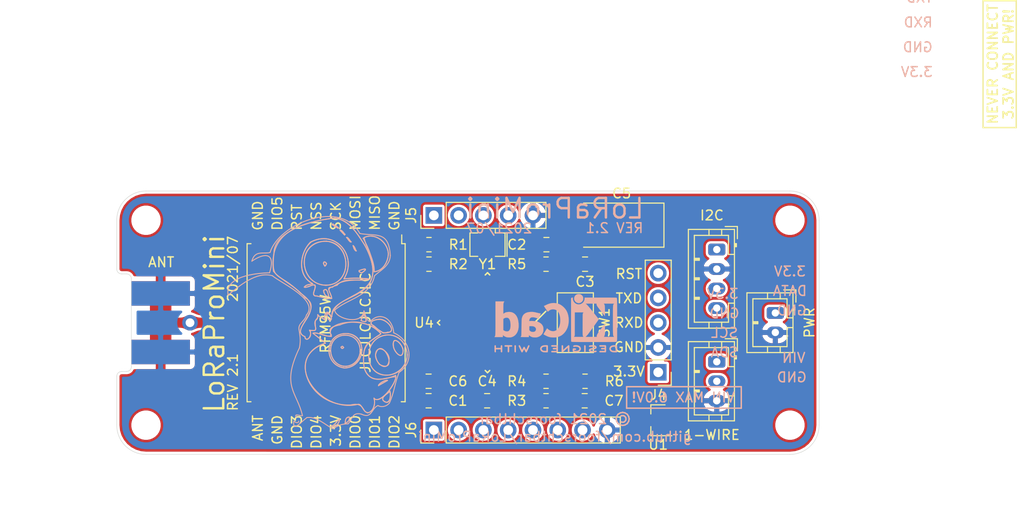
<source format=kicad_pcb>
(kicad_pcb (version 20171130) (host pcbnew "(5.1.10)-1")
  (title_block (title LoRaProMini) (date 2021-07-05) (rev 2.1) (company "(c) 2021 foorschtbar") (comment 1 https://github.com/foorschtbar/LoRaProMini))
  (layers (0 F.Cu signal) (31 B.Cu signal) (34 B.Paste user) (35 F.Paste user) (36 B.SilkS user hide) (37 F.SilkS user) (38 B.Mask user) (39 F.Mask user) (44 Edge.Cuts user))
  (net 0 "")
  (net 1 "Net-(AE1-Pad1)")
  (net 2 GND)
  (net 3 +3V3)
  (net 4 +BATT)
  (net 5 MCU_A0)
  (net 6 1-WIRE)
  (net 7 MCU_SDA)
  (net 8 MCU_SCL)
  (net 9 LORA_DIO2)
  (net 10 LORA_DIO1)
  (net 11 LORA_DIO0)
  (net 12 LORA_RST)
  (net 13 SPI_CS_LORA)
  (net 14 SPI_SCK)
  (net 15 SPI_MOSI)
  (net 16 SPI_MISO)
  (net 17 "Net-(U2-Pad12)")
  (net 18 "Net-(U2-Pad11)")
  (net 19 "Net-(U2-Pad7)")
  (net 20 TXD)
  (net 21 RXD)
  (net 22 /RESET)
  (net 23 RST)
  (net 24 XTAL2)
  (net 25 XTAL1)
  (net 26 /AREF)
  (net 27 MCU_D5)
  (net 28 MCU_D4)
  (net 29 MCU_D3)
  (net 30 MCU_A7)
  (net 31 MCU_A6)
  (net 32 MCU_A3)
  (net 33 MCU_A2)
  (net 34 MCU_A1)
  (module Package_TO_SOT_SMD:SOT-23 (layer F.Cu) (at 154.44 100.69 180)
    (fp_text reference U1 (at 0 -2.5) (layer F.SilkS))
    (fp_text value MCP1700-3302E_SOT23)
    (pad 3 smd rect (at 1 0 180) (size 0.9 0.8) (layers F.Cu F.Paste F.Mask) (net 4 +BATT))
    (pad 2 smd rect (at -1 0.95 180) (size 0.9 0.8) (layers F.Cu F.Paste F.Mask) (net 3 +3V3))
    (pad 1 smd rect (at -1 -0.95 180) (size 0.9 0.8) (layers F.Cu F.Paste F.Mask) (net 2 GND))
  )
  (module Connector_PinHeader_2.54mm:PinHeader_1x05_P2.54mm_Vertical (layer F.Cu) (at 131.44 79.69 90)
    (fp_text reference J5 (at 0 -2.33 90) (layer F.SilkS))
    (fp_text value Conn_01x05)
    (pad 5 thru_hole oval (at 0 10.16 90) (size 1.7 1.7) (drill 1) (layers *.Cu *.Mask) (net 2 GND))
    (pad 4 thru_hole oval (at 0 7.62 90) (size 1.7 1.7) (drill 1) (layers *.Cu *.Mask) (net 3 +3V3))
    (pad 3 thru_hole oval (at 0 5.08 90) (size 1.7 1.7) (drill 1) (layers *.Cu *.Mask) (net 27 MCU_D5))
    (pad 2 thru_hole oval (at 0 2.54 90) (size 1.7 1.7) (drill 1) (layers *.Cu *.Mask) (net 28 MCU_D4))
    (pad 1 thru_hole rect (at 0 0 90) (size 1.7 1.7) (drill 1) (layers *.Cu *.Mask) (net 29 MCU_D3))
  )
  (module Connector_PinHeader_2.54mm:PinHeader_1x08_P2.54mm_Vertical (layer F.Cu) (at 131.44 101.69 90)
    (fp_text reference J6 (at 0 -2.33 90) (layer F.SilkS))
    (fp_text value Conn_01x08)
    (pad 8 thru_hole oval (at 0 17.78 90) (size 1.7 1.7) (drill 1) (layers *.Cu *.Mask) (net 2 GND))
    (pad 7 thru_hole oval (at 0 15.24 90) (size 1.7 1.7) (drill 1) (layers *.Cu *.Mask) (net 3 +3V3))
    (pad 6 thru_hole oval (at 0 12.7 90) (size 1.7 1.7) (drill 1) (layers *.Cu *.Mask) (net 30 MCU_A7))
    (pad 5 thru_hole oval (at 0 10.16 90) (size 1.7 1.7) (drill 1) (layers *.Cu *.Mask) (net 31 MCU_A6))
    (pad 4 thru_hole oval (at 0 7.62 90) (size 1.7 1.7) (drill 1) (layers *.Cu *.Mask) (net 32 MCU_A3))
    (pad 3 thru_hole oval (at 0 5.08 90) (size 1.7 1.7) (drill 1) (layers *.Cu *.Mask) (net 33 MCU_A2))
    (pad 2 thru_hole oval (at 0 2.54 90) (size 1.7 1.7) (drill 1) (layers *.Cu *.Mask) (net 33 MCU_A2))
    (pad 1 thru_hole rect (at 0 0 90) (size 1.7 1.7) (drill 1) (layers *.Cu *.Mask) (net 34 MCU_A1))
  )
  (module Crystal:Resonator_SMD_muRata_CSTxExxV-3Pin_3.0x1.1mm (layer F.Cu) (at 136.94 82.69 180)
    (fp_text reference Y1 (at 0 -2) (layer F.SilkS))
    (fp_text value Resonator)
    (pad 3 smd rect (at 1.2 0 180) (size 0.4 1.9) (layers F.Cu F.Paste F.Mask) (net 24 XTAL2))
    (pad 2 smd rect (at 0 0 180) (size 0.4 1.9) (layers F.Cu F.Paste F.Mask) (net 2 GND))
    (pad 1 smd rect (at -1.2 0 180) (size 0.4 1.9) (layers F.Cu F.Paste F.Mask) (net 25 XTAL1))
  )
  (module Button_Switch_SMD:SW_SPST_CK_RS282G05A3 (layer F.Cu) (at 145.94 90.69 90)
    (fp_text reference SW1 (at 0 3 90) (layer F.SilkS))
    (fp_text value SW_Push)
    (pad 2 smd rect (at 3.9 0 90) (size 1.5 1.5) (layers F.Cu F.Paste F.Mask) (net 2 GND))
    (pad 1 smd rect (at -3.9 0 90) (size 1.5 1.5) (layers F.Cu F.Paste F.Mask) (net 22 /RESET))
  )
  (module foorschtbar:HOPERF_RFM9XW_SMD (layer F.Cu) (at 120.399 90.69 270)
    (fp_text reference U2 hide)
    (fp_text value RFM95W-868S2)
    (fp_text user ANT (at 10.795238 7 90) (layer F.SilkS))
    (fp_text user GND (at 10.985714 5 90) (layer F.SilkS))
    (fp_text user DIO3 (at 11.2 3 90) (layer F.SilkS))
    (fp_text user DIO4 (at 11.2 1 90) (layer F.SilkS))
    (fp_text user 3.3V (at 11.080952 -1 90) (layer F.SilkS))
    (fp_text user DIO0 (at 11.2 -3 90) (layer F.SilkS))
    (fp_text user DIO1 (at 11.2 -5 90) (layer F.SilkS))
    (fp_text user DIO2 (at 11.2 -7 90) (layer F.SilkS))
    (fp_text user GND (at -10.975 7 90) (layer F.SilkS))
    (fp_text user DIO5 (at -11.189285 5 90) (layer F.SilkS))
    (fp_text user RST (at -10.808333 3 90) (layer F.SilkS))
    (fp_text user NSS (at -10.927381 1 90) (layer F.SilkS))
    (fp_text user SCK (at -10.927381 -1 90) (layer F.SilkS))
    (fp_text user MOSI (at -11.260714 -3 90) (layer F.SilkS))
    (fp_text user MISO (at -11.260714 -5 90) (layer F.SilkS))
    (fp_text user GND (at -10.975 -7 90) (layer F.SilkS))
    (pad 16 smd rect (at 8 -7 270) (size 2 1) (layers F.Cu F.Paste F.Mask) (net 9 LORA_DIO2))
    (pad 15 smd rect (at 8 -5 270) (size 2 1) (layers F.Cu F.Paste F.Mask) (net 10 LORA_DIO1))
    (pad 14 smd rect (at 8 -3 270) (size 2 1) (layers F.Cu F.Paste F.Mask) (net 11 LORA_DIO0))
    (pad 13 smd rect (at 8 -1 270) (size 2 1) (layers F.Cu F.Paste F.Mask) (net 3 +3V3))
    (pad 12 smd rect (at 8 1 270) (size 2 1) (layers F.Cu F.Paste F.Mask) (net 17 "Net-(U2-Pad12)"))
    (pad 11 smd rect (at 8 3 270) (size 2 1) (layers F.Cu F.Paste F.Mask) (net 18 "Net-(U2-Pad11)"))
    (pad 10 smd rect (at 8 5 270) (size 2 1) (layers F.Cu F.Paste F.Mask) (net 2 GND))
    (pad 9 smd rect (at 8 7 270) (size 2 1) (layers F.Cu F.Paste F.Mask) (net 1 "Net-(AE1-Pad1)"))
    (pad 8 smd rect (at -8 7 270) (size 2 1) (layers F.Cu F.Paste F.Mask) (net 2 GND))
    (pad 7 smd rect (at -8 5 270) (size 2 1) (layers F.Cu F.Paste F.Mask) (net 19 "Net-(U2-Pad7)"))
    (pad 6 smd rect (at -8 3 270) (size 2 1) (layers F.Cu F.Paste F.Mask) (net 12 LORA_RST))
    (pad 5 smd rect (at -8 1 270) (size 2 1) (layers F.Cu F.Paste F.Mask) (net 13 SPI_CS_LORA))
    (pad 4 smd rect (at -8 -1 270) (size 2 1) (layers F.Cu F.Paste F.Mask) (net 14 SPI_SCK))
    (pad 3 smd rect (at -8 -3 270) (size 2 1) (layers F.Cu F.Paste F.Mask) (net 15 SPI_MOSI))
    (pad 2 smd rect (at -8 -5 270) (size 2 1) (layers F.Cu F.Paste F.Mask) (net 16 SPI_MISO))
    (pad 1 smd rect (at -8 -7 270) (size 2 1) (layers F.Cu F.Paste F.Mask) (net 2 GND))
  )
  (module Package_QFP:TQFP-32_7x7mm_P0.8mm (layer F.Cu) (at 136.94 90.69 225)
    (fp_text reference U4 (at 4.596194 4.596194) (layer F.SilkS))
    (fp_text value ATmega328P-AU)
    (pad 32 smd rect (at -2.8 -4.25 315) (size 1.6 0.55) (layers F.Cu F.Paste F.Mask) (net 9 LORA_DIO2))
    (pad 31 smd rect (at -2 -4.25 315) (size 1.6 0.55) (layers F.Cu F.Paste F.Mask) (net 20 TXD))
    (pad 30 smd rect (at -1.2 -4.25 315) (size 1.6 0.55) (layers F.Cu F.Paste F.Mask) (net 21 RXD))
    (pad 29 smd rect (at -0.4 -4.25 315) (size 1.6 0.55) (layers F.Cu F.Paste F.Mask) (net 22 /RESET))
    (pad 28 smd rect (at 0.4 -4.25 315) (size 1.6 0.55) (layers F.Cu F.Paste F.Mask) (net 8 MCU_SCL))
    (pad 27 smd rect (at 1.2 -4.25 315) (size 1.6 0.55) (layers F.Cu F.Paste F.Mask) (net 7 MCU_SDA))
    (pad 26 smd rect (at 2 -4.25 315) (size 1.6 0.55) (layers F.Cu F.Paste F.Mask) (net 32 MCU_A3))
    (pad 25 smd rect (at 2.8 -4.25 315) (size 1.6 0.55) (layers F.Cu F.Paste F.Mask) (net 33 MCU_A2))
    (pad 24 smd rect (at 4.25 -2.8 225) (size 1.6 0.55) (layers F.Cu F.Paste F.Mask) (net 34 MCU_A1))
    (pad 23 smd rect (at 4.25 -2 225) (size 1.6 0.55) (layers F.Cu F.Paste F.Mask) (net 5 MCU_A0))
    (pad 22 smd rect (at 4.25 -1.2 225) (size 1.6 0.55) (layers F.Cu F.Paste F.Mask) (net 30 MCU_A7))
    (pad 21 smd rect (at 4.25 -0.4 225) (size 1.6 0.55) (layers F.Cu F.Paste F.Mask) (net 2 GND))
    (pad 20 smd rect (at 4.25 0.4 225) (size 1.6 0.55) (layers F.Cu F.Paste F.Mask) (net 26 /AREF))
    (pad 19 smd rect (at 4.25 1.2 225) (size 1.6 0.55) (layers F.Cu F.Paste F.Mask) (net 31 MCU_A6))
    (pad 18 smd rect (at 4.25 2 225) (size 1.6 0.55) (layers F.Cu F.Paste F.Mask) (net 3 +3V3))
    (pad 17 smd rect (at 4.25 2.8 225) (size 1.6 0.55) (layers F.Cu F.Paste F.Mask) (net 14 SPI_SCK))
    (pad 16 smd rect (at 2.8 4.25 315) (size 1.6 0.55) (layers F.Cu F.Paste F.Mask) (net 16 SPI_MISO))
    (pad 15 smd rect (at 2 4.25 315) (size 1.6 0.55) (layers F.Cu F.Paste F.Mask) (net 15 SPI_MOSI))
    (pad 14 smd rect (at 1.2 4.25 315) (size 1.6 0.55) (layers F.Cu F.Paste F.Mask) (net 13 SPI_CS_LORA))
    (pad 13 smd rect (at 0.4 4.25 315) (size 1.6 0.55) (layers F.Cu F.Paste F.Mask) (net 12 LORA_RST))
    (pad 12 smd rect (at -0.4 4.25 315) (size 1.6 0.55) (layers F.Cu F.Paste F.Mask) (net 11 LORA_DIO0))
    (pad 11 smd rect (at -1.2 4.25 315) (size 1.6 0.55) (layers F.Cu F.Paste F.Mask) (net 10 LORA_DIO1))
    (pad 10 smd rect (at -2 4.25 315) (size 1.6 0.55) (layers F.Cu F.Paste F.Mask) (net 6 1-WIRE))
    (pad 9 smd rect (at -2.8 4.25 315) (size 1.6 0.55) (layers F.Cu F.Paste F.Mask) (net 27 MCU_D5))
    (pad 8 smd rect (at -4.25 2.8 225) (size 1.6 0.55) (layers F.Cu F.Paste F.Mask) (net 24 XTAL2))
    (pad 7 smd rect (at -4.25 2 225) (size 1.6 0.55) (layers F.Cu F.Paste F.Mask) (net 25 XTAL1))
    (pad 6 smd rect (at -4.25 1.2 225) (size 1.6 0.55) (layers F.Cu F.Paste F.Mask) (net 3 +3V3))
    (pad 5 smd rect (at -4.25 0.4 225) (size 1.6 0.55) (layers F.Cu F.Paste F.Mask) (net 2 GND))
    (pad 4 smd rect (at -4.25 -0.4 225) (size 1.6 0.55) (layers F.Cu F.Paste F.Mask) (net 3 +3V3))
    (pad 3 smd rect (at -4.25 -1.2 225) (size 1.6 0.55) (layers F.Cu F.Paste F.Mask) (net 2 GND))
    (pad 2 smd rect (at -4.25 -2 225) (size 1.6 0.55) (layers F.Cu F.Paste F.Mask) (net 28 MCU_D4))
    (pad 1 smd rect (at -4.25 -2.8 225) (size 1.6 0.55) (layers F.Cu F.Paste F.Mask) (net 29 MCU_D3))
  )
  (module Resistor_SMD:R_0805_2012Metric_Pad1.20x1.40mm_HandSolder (layer F.Cu) (at 146.94 96.69)
    (fp_text reference R6 (at 3 0) (layer F.SilkS))
    (fp_text value 10K)
    (pad 2 smd roundrect (at 1 0) (size 1.2 1.4) (layers F.Cu F.Paste F.Mask) (roundrect_rratio 0.208333) (net 3 +3V3))
    (pad 1 smd roundrect (at -1 0) (size 1.2 1.4) (layers F.Cu F.Paste F.Mask) (roundrect_rratio 0.208333) (net 22 /RESET))
  )
  (module Connector_PinHeader_2.54mm:PinHeader_1x05_P2.54mm_Vertical (layer F.Cu) (at 154.44 95.77 180)
    (fp_text reference J4 (at 0 -2.33) (layer F.SilkS))
    (fp_text value Conn_01x05)
    (pad 5 thru_hole oval (at 0 10.16 180) (size 1.7 1.7) (drill 1) (layers *.Cu *.Mask) (net 23 RST))
    (pad 4 thru_hole oval (at 0 7.62 180) (size 1.7 1.7) (drill 1) (layers *.Cu *.Mask) (net 20 TXD))
    (pad 3 thru_hole oval (at 0 5.08 180) (size 1.7 1.7) (drill 1) (layers *.Cu *.Mask) (net 21 RXD))
    (pad 2 thru_hole oval (at 0 2.54 180) (size 1.7 1.7) (drill 1) (layers *.Cu *.Mask) (net 2 GND))
    (pad 1 thru_hole rect (at 0 0 180) (size 1.7 1.7) (drill 1) (layers *.Cu *.Mask) (net 3 +3V3))
  )
  (module Capacitor_SMD:C_0805_2012Metric_Pad1.18x1.45mm_HandSolder (layer F.Cu) (at 146.9025 98.69 180)
    (fp_text reference C7 (at -3 0) (layer F.SilkS))
    (fp_text value 10uF)
    (pad 2 smd roundrect (at 1.0375 0 180) (size 1.175 1.45) (layers F.Cu F.Paste F.Mask) (roundrect_rratio 0.212766) (net 22 /RESET))
    (pad 1 smd roundrect (at -1.0375 0 180) (size 1.175 1.45) (layers F.Cu F.Paste F.Mask) (roundrect_rratio 0.212766) (net 23 RST))
  )
  (module Capacitor_SMD:C_0805_2012Metric_Pad1.18x1.45mm_HandSolder (layer F.Cu) (at 130.9025 96.69 180)
    (fp_text reference C6 (at -3 0) (layer F.SilkS))
    (fp_text value 0.1uF)
    (pad 2 smd roundrect (at 1.0375 0 180) (size 1.175 1.45) (layers F.Cu F.Paste F.Mask) (roundrect_rratio 0.212766) (net 2 GND))
    (pad 1 smd roundrect (at -1.0375 0 180) (size 1.175 1.45) (layers F.Cu F.Paste F.Mask) (roundrect_rratio 0.212766) (net 26 /AREF))
  )
  (module foorschtbar:Antenna_SMA_uFL (layer F.Cu) (at 103.44 90.692 90)
    (fp_text reference AE1 hide)
    (fp_text value Antenna_Shield)
    (pad 1 thru_hole circle (at 0.002 3.009 90) (size 1.6 1.6) (drill 0.9) (layers *.Cu *.Mask) (net 1 "Net-(AE1-Pad1)"))
    (pad 2 smd rect (at -3 0 90) (size 2.5 6) (layers F.Cu F.Paste F.Mask) (net 2 GND))
    (pad 2 smd rect (at 3 0 90) (size 2.5 6) (layers F.Cu F.Paste F.Mask) (net 2 GND))
    (pad 1 smd rect (at 0.002 1.209 90) (size 1 4.7) (layers F.Cu F.Paste F.Mask Eco1.User) (net 1 "Net-(AE1-Pad1)"))
    (pad 2 smd rect (at 1.6 0 90) (size 1.05 2.2) (layers F.Cu F.Paste F.Mask) (net 2 GND))
    (pad 2 smd rect (at -1.6 0 90) (size 1.05 2.2) (layers F.Cu F.Paste F.Mask) (net 2 GND))
    (pad 2 smd rect (at -3 0 90) (size 2.5 6) (layers B.Cu B.Paste B.Mask) (net 2 GND))
    (pad 2 smd rect (at 3 0 90) (size 2.5 6) (layers B.Cu B.Paste B.Mask) (net 2 GND))
  )
  (module MountingHole:MountingHole_2.5mm (layer F.Cu) (at 167.94 101.19)
    (fp_text reference REF** hide)
    (fp_text value MountingHole_2.5mm)
    (pad 1 np_thru_hole circle (at 0 0) (size 2.5 2.5) (drill 2.5) (layers *.Cu *.Mask))
  )
  (module MountingHole:MountingHole_2.5mm (layer F.Cu) (at 101.94 101.19)
    (fp_text reference REF** hide)
    (fp_text value MountingHole_2.5mm)
    (pad 1 np_thru_hole circle (at 0 0) (size 2.5 2.5) (drill 2.5) (layers *.Cu *.Mask))
  )
  (module MountingHole:MountingHole_2.5mm (layer F.Cu) (at 101.94 80.19)
    (fp_text reference REF** hide)
    (fp_text value MountingHole_2.5mm)
    (pad 1 np_thru_hole circle (at 0 0) (size 2.5 2.5) (drill 2.5) (layers *.Cu *.Mask))
  )
  (module MountingHole:MountingHole_2.5mm (layer F.Cu) (at 167.94 80.19)
    (fp_text reference REF** hide)
    (fp_text value MountingHole_2.5mm)
    (pad 1 np_thru_hole circle (at 0 0) (size 2.5 2.5) (drill 2.5) (layers *.Cu *.Mask))
  )
  (module Capacitor_SMD:C_0805_2012Metric_Pad1.18x1.45mm_HandSolder (layer F.Cu) (at 130.9025 98.69)
    (fp_text reference C1 (at 3 0) (layer F.SilkS))
    (fp_text value 10uF)
    (pad 2 smd roundrect (at 1.0375 0) (size 1.175 1.45) (layers F.Cu F.Paste F.Mask) (roundrect_rratio 0.2127659574468085) (net 2 GND))
    (pad 1 smd roundrect (at -1.0375 0) (size 1.175 1.45) (layers F.Cu F.Paste F.Mask) (roundrect_rratio 0.2127659574468085) (net 3 +3V3))
  )
  (module Symbol:KiCad-Logo2_5mm_SilkScreen (layer B.Cu) (at 143.945617 90.725333 180)
    (fp_text reference REF** hide)
    (fp_text value KiCad-Logo2_5mm_SilkScreen hide)
  )
  (module Capacitor_SMD:C_0805_2012Metric_Pad1.18x1.45mm_HandSolder (layer F.Cu) (at 142.9775 82.69)
    (fp_text reference C2 (at -3.0375 0) (layer F.SilkS))
    (fp_text value 1uF)
    (pad 2 smd roundrect (at 1.0375 0) (size 1.175 1.45) (layers F.Cu F.Paste F.Mask) (roundrect_rratio 0.2127659574468085) (net 2 GND))
    (pad 1 smd roundrect (at -1.0375 0) (size 1.175 1.45) (layers F.Cu F.Paste F.Mask) (roundrect_rratio 0.2127659574468085) (net 4 +BATT))
  )
  (module Capacitor_Tantalum_SMD:CP_EIA-7343-43_Kemet-X_Pad2.25x2.55mm_HandSolder (layer F.Cu) (at 150.44 80.69 180)
    (fp_text reference C5 (at -0.25 3.25) (layer F.SilkS))
    (fp_text value 1000uF)
    (pad 2 smd roundrect (at 3.2 0 180) (size 2.25 2.55) (layers F.Cu F.Paste F.Mask) (roundrect_rratio 0.1111106666666667) (net 2 GND))
    (pad 1 smd roundrect (at -3.2 0 180) (size 2.25 2.55) (layers F.Cu F.Paste F.Mask) (roundrect_rratio 0.1111106666666667) (net 3 +3V3))
  )
  (module Resistor_SMD:R_0805_2012Metric_Pad1.20x1.40mm_HandSolder (layer F.Cu) (at 142.94 84.69)
    (fp_text reference R5 (at -3 0) (layer F.SilkS))
    (fp_text value 4,7K)
    (pad 2 smd roundrect (at 1 0) (size 1.2 1.4) (layers F.Cu F.Paste F.Mask) (roundrect_rratio 0.2083325) (net 6 1-WIRE))
    (pad 1 smd roundrect (at -1 0) (size 1.2 1.4) (layers F.Cu F.Paste F.Mask) (roundrect_rratio 0.2083325) (net 3 +3V3))
  )
  (module Resistor_SMD:R_0805_2012Metric_Pad1.20x1.40mm_HandSolder (layer F.Cu) (at 142.94 96.69)
    (fp_text reference R4 (at -3 0) (layer F.SilkS))
    (fp_text value 4,7K)
    (pad 2 smd roundrect (at 1 0) (size 1.2 1.4) (layers F.Cu F.Paste F.Mask) (roundrect_rratio 0.2083325) (net 7 MCU_SDA))
    (pad 1 smd roundrect (at -1 0) (size 1.2 1.4) (layers F.Cu F.Paste F.Mask) (roundrect_rratio 0.2083325) (net 3 +3V3))
  )
  (module Resistor_SMD:R_0805_2012Metric_Pad1.20x1.40mm_HandSolder (layer F.Cu) (at 142.94 98.69 180)
    (fp_text reference R3 (at 3 0) (layer F.SilkS))
    (fp_text value 4,7K)
    (pad 2 smd roundrect (at 1 0 180) (size 1.2 1.4) (layers F.Cu F.Paste F.Mask) (roundrect_rratio 0.2083325) (net 3 +3V3))
    (pad 1 smd roundrect (at -1 0 180) (size 1.2 1.4) (layers F.Cu F.Paste F.Mask) (roundrect_rratio 0.2083325) (net 8 MCU_SCL))
  )
  (module Resistor_SMD:R_0805_2012Metric_Pad1.20x1.40mm_HandSolder (layer F.Cu) (at 130.94 84.69)
    (fp_text reference R2 (at 3 0) (layer F.SilkS))
    (fp_text value 2.7M)
    (pad 2 smd roundrect (at 1 0) (size 1.2 1.4) (layers F.Cu F.Paste F.Mask) (roundrect_rratio 0.2083325) (net 5 MCU_A0))
    (pad 1 smd roundrect (at -1 0) (size 1.2 1.4) (layers F.Cu F.Paste F.Mask) (roundrect_rratio 0.208) (net 2 GND))
  )
  (module Resistor_SMD:R_0805_2012Metric_Pad1.20x1.40mm_HandSolder (layer F.Cu) (at 130.94 82.69 180)
    (fp_text reference R1 (at -3 0) (layer F.SilkS))
    (fp_text value 10M)
    (pad 2 smd roundrect (at 1 0 180) (size 1.2 1.4) (layers F.Cu F.Paste F.Mask) (roundrect_rratio 0.2083325) (net 4 +BATT))
    (pad 1 smd roundrect (at -1 0 180) (size 1.2 1.4) (layers F.Cu F.Paste F.Mask) (roundrect_rratio 0.2083325) (net 5 MCU_A0))
  )
  (module Capacitor_SMD:C_0805_2012Metric_Pad1.18x1.45mm_HandSolder (layer F.Cu) (at 136.9025 98.69 180)
    (fp_text reference C4 (at 0 2) (layer F.SilkS))
    (fp_text value 100nF)
    (pad 2 smd roundrect (at 1.0375 0 180) (size 1.175 1.45) (layers F.Cu F.Paste F.Mask) (roundrect_rratio 0.2127659574468085) (net 5 MCU_A0))
    (pad 1 smd roundrect (at -1.0375 0 180) (size 1.175 1.45) (layers F.Cu F.Paste F.Mask) (roundrect_rratio 0.2127659574468085) (net 2 GND))
  )
  (module Connector_JST:JST_PH_B4B-PH-K_1x04_P2.00mm_Vertical (layer F.Cu) (at 160.44 83.19 270)
    (fp_text reference J3 hide)
    (fp_text value Conn_01x04)
    (pad 4 thru_hole oval (at 6 0 270) (size 1.2 1.75) (drill 0.75) (layers *.Cu *.Mask) (net 7 MCU_SDA))
    (pad 3 thru_hole oval (at 4 0 270) (size 1.2 1.75) (drill 0.75) (layers *.Cu *.Mask) (net 8 MCU_SCL))
    (pad 2 thru_hole oval (at 2 0 270) (size 1.2 1.75) (drill 0.75) (layers *.Cu *.Mask) (net 2 GND))
    (pad 1 thru_hole roundrect (at 0 0 270) (size 1.2 1.75) (drill 0.75) (layers *.Cu *.Mask) (roundrect_rratio 0.2083325) (net 3 +3V3))
  )
  (module Connector_JST:JST_PH_B3B-PH-K_1x03_P2.00mm_Vertical (layer F.Cu) (at 160.44 94.69 270)
    (fp_text reference J2 hide)
    (fp_text value Conn_01x03)
    (pad 3 thru_hole oval (at 4 0 270) (size 1.2 1.75) (drill 0.75) (layers *.Cu *.Mask) (net 2 GND))
    (pad 2 thru_hole oval (at 2 0 270) (size 1.2 1.75) (drill 0.75) (layers *.Cu *.Mask) (net 6 1-WIRE))
    (pad 1 thru_hole roundrect (at 0 0 270) (size 1.2 1.75) (drill 0.75) (layers *.Cu *.Mask) (roundrect_rratio 0.2083325) (net 3 +3V3))
  )
  (module Connector_JST:JST_PH_B2B-PH-K_1x02_P2.00mm_Vertical (layer F.Cu) (at 166.44 89.69 270)
    (fp_text reference J1 hide)
    (fp_text value Conn_01x02)
    (pad 2 thru_hole oval (at 2 0 270) (size 1.2 1.75) (drill 0.75) (layers *.Cu *.Mask) (net 2 GND))
    (pad 1 thru_hole roundrect (at 0 0 270) (size 1.2 1.75) (drill 0.75) (layers *.Cu *.Mask) (roundrect_rratio 0.2083325) (net 4 +BATT))
  )
  (module Capacitor_SMD:C_0805_2012Metric_Pad1.18x1.45mm_HandSolder (layer F.Cu) (at 146.94 84.69 180)
    (fp_text reference C3 (at 0 -1.8) (layer F.SilkS))
    (fp_text value 1uF)
    (pad 2 smd roundrect (at 1.0375 0 180) (size 1.175 1.45) (layers F.Cu F.Paste F.Mask) (roundrect_rratio 0.2127659574468085) (net 2 GND))
    (pad 1 smd roundrect (at -1.0375 0 180) (size 1.175 1.45) (layers F.Cu F.Paste F.Mask) (roundrect_rratio 0.2127659574468085) (net 3 +3V3))
  )
  (gr_text RST (at 151.44 85.69) (layer F.SilkS) (effects (font (size 1 1))))
  (gr_line (start 162.95 99.45) (end 162.95 97.25) (layer B.SilkS) (width 0.15))
  (gr_line (start 151.2 99.45) (end 162.95 99.45) (layer B.SilkS) (width 0.15))
  (gr_line (start 151.2 97.25) (end 151.2 99.45) (layer B.SilkS) (width 0.15))
  (gr_line (start 162.95 97.25) (end 151.2 97.25) (layer B.SilkS) (width 0.15))
  (gr_text "VIN MAX 6.0V!" (at 157 98.35) (layer B.SilkS) (effects (font (size 1 1)) (justify mirror)))
  (gr_text RXD (at 181.080953 59.91) (layer B.SilkS) (effects (font (size 1 1)) (justify mirror)))
  (gr_text TXD (at 181.2 57.37) (layer B.SilkS) (effects (font (size 1 1)) (justify mirror)))
  (gr_text GND (at 181.033334 62.45) (layer B.SilkS) (effects (font (size 1 1)) (justify mirror)))
  (gr_text 3.3V (at 180.938096 64.99) (layer B.SilkS) (effects (font (size 1 1)) (justify mirror)))
  (gr_line (start 191.13 57.69) (end 187.73 57.69) (layer F.SilkS) (width 0.15))
  (gr_line (start 191.13 70.69) (end 191.13 57.69) (layer F.SilkS) (width 0.15))
  (gr_line (start 187.73 70.69) (end 191.13 70.69) (layer F.SilkS) (width 0.15))
  (gr_line (start 187.73 57.69) (end 187.73 70.69) (layer F.SilkS) (width 0.15))
  (gr_text "NEVER CONNECT\n3.3V AND PWR!" (at 189.53 64.19 90) (layer F.SilkS) (effects (font (size 1 1) (thickness 0.18))))
  (gr_text TXD (at 151.44 88.19) (layer F.SilkS) (effects (font (size 1 1))))
  (gr_text RXD (at 151.44 90.69) (layer F.SilkS) (effects (font (size 1 1))))
  (gr_text GND (at 151.44 93.19) (layer F.SilkS) (effects (font (size 1 1))))
  (gr_text 3.3V (at 151.44 95.69) (layer F.SilkS) (effects (font (size 1 1))))
  (gr_text 2021/07 (at 110.84 81.69 90) (layer F.SilkS) (effects (font (size 1 1)) (justify right)))
  (gr_text "REV 2.1" (at 110.84 96.786 90) (layer F.SilkS) (effects (font (size 1 1))))
  (gr_text RFM95W (at 120.34 90.79 90) (layer F.SilkS) (effects (font (size 1 1))))
  (gr_text ANT (at 103.499 84.49) (layer F.SilkS) (effects (font (size 1 1))))
  (gr_text I2C (at 159.94 79.69) (layer F.SilkS) (effects (font (size 1 1))))
  (gr_text PWR (at 169.94 90.69 90) (layer F.SilkS) (effects (font (size 1 1))))
  (gr_text 1-WIRE (at 159.94 102.19) (layer F.SilkS) (effects (font (size 1 1))))
  (gr_text JLCJLCJLCJLC (at 124.44 90.69 90) (layer F.SilkS) (effects (font (size 1 1))))
  (gr_arc (start 101.94 80.19) (end 101.94 77.19) (angle -90) (layer Edge.Cuts) (width 0.05))
  (gr_arc (start 101.94 101.188) (end 98.94 101.188) (angle -90) (layer Edge.Cuts) (width 0.05))
  (gr_arc (start 167.93 101.19) (end 167.93 104.19) (angle -90) (layer Edge.Cuts) (width 0.05))
  (gr_arc (start 167.93 80.19) (end 170.93 80.19) (angle -90) (layer Edge.Cuts) (width 0.05))
  (gr_text LoRaProMini (at 143.84 78.99) (layer B.SilkS) (effects (font (size 2 2) (thickness 0.25)) (justify mirror)))
  (gr_text 2021/07 (at 134.64 81.025333) (layer B.SilkS) (effects (font (size 1 1)) (justify right mirror)))
  (gr_text "REV 2.1" (at 149.948 80.99) (layer B.SilkS) (effects (font (size 1 1)) (justify mirror)))
  (gr_text "© 2021 foorschtbar" (at 143.84 100.571333) (layer B.SilkS) (effects (font (size 1 1)) (justify mirror)))
  (gr_text github.com/foorschtbar/LoRaProMini (at 143.84 102.371333) (layer B.SilkS) (effects (font (size 1 1)) (justify mirror)))
  (gr_curve (pts (xy 128.711559 93.975795) (xy 128.458526 91.091719) (xy 124.788732 91.428255) (xy 124.762331 94.090233)) (layer B.SilkS) (width 0.097999))
  (gr_curve (pts (xy 118.226503 92.121245) (xy 118.43032 92.939166) (xy 119.07533 91.700132) (xy 118.697705 91.466658)) (layer B.SilkS) (width 0.097999))
  (gr_curve (pts (xy 123.860611 81.54818) (xy 125.479416 81.856219) (xy 126.826396 81.208256) (xy 126.976752 83.798872)) (layer B.SilkS) (width 0.097999))
  (gr_curve (pts (xy 126.78159 83.633513) (xy 126.693463 82.295809) (xy 125.270513 81.35053) (xy 124.188286 82.036599)) (layer B.SilkS) (width 0.097999))
  (gr_curve (pts (xy 124.39989 99.795879) (xy 125.124769 100.295046) (xy 125.540445 98.886608) (xy 125.302273 98.430599)) (layer B.SilkS) (width 0.097999))
  (gr_curve (pts (xy 112.787998 84.385446) (xy 113.092453 83.208695) (xy 114.013975 83.678838) (xy 114.65482 83.49234)) (layer B.SilkS) (width 0.097999))
  (gr_curve (pts (xy 122.912006 99.119664) (xy 123.979322 98.873635) (xy 124.083329 99.370141) (xy 124.39989 99.795879)) (layer B.SilkS) (width 0.097999))
  (gr_curve (pts (xy 124.278115 89.469053) (xy 124.928244 91.508881) (xy 124.843286 89.995476) (xy 126.005287 90.066736)) (layer B.SilkS) (width 0.097999))
  (gr_curve (pts (xy 117.091066 100.777675) (xy 117.418061 101.010433) (xy 117.533047 100.986854) (xy 117.601195 100.774951)) (layer B.SilkS) (width 0.097999))
  (gr_curve (pts (xy 126.976752 83.798872) (xy 126.937845 84.898607) (xy 125.913995 85.337645) (xy 125.358191 85.883612)) (layer B.SilkS) (width 0.097999))
  (gr_curve (pts (xy 114.65482 83.49234) (xy 115.531857 80.574411) (xy 121.85623 77.949898) (xy 123.860611 81.54818)) (layer B.SilkS) (width 0.097999))
  (gr_curve (pts (xy 124.033442 100.067565) (xy 123.064886 99.805192) (xy 123.097542 100.587304) (xy 122.655515 101.050097)) (layer B.SilkS) (width 0.097999))
  (gr_curve (pts (xy 125.335268 85.466981) (xy 126.21037 85.355979) (xy 126.731995 84.531754) (xy 126.78159 83.633513)) (layer B.SilkS) (width 0.097999))
  (gr_curve (pts (xy 124.188286 82.036599) (xy 124.84994 83.133117) (xy 125.210126 84.387043) (xy 125.335268 85.466981)) (layer B.SilkS) (width 0.097999))
  (gr_curve (pts (xy 120.860952 89.993765) (xy 120.901938 90.015542) (xy 120.942925 90.037319) (xy 120.983911 90.059096)) (layer B.SilkS) (width 0.097999))
  (gr_curve (pts (xy 120.983911 90.059096) (xy 120.775199 87.528092) (xy 127.293182 88.633031) (xy 124.494402 82.985079)) (layer B.SilkS) (width 0.097999))
  (gr_curve (pts (xy 114.897022 85.878866) (xy 113.272318 85.391361) (xy 111.506209 86.907624) (xy 110.352869 87.859175)) (layer B.SilkS) (width 0.097999))
  (gr_curve (pts (xy 119.545489 89.870903) (xy 119.82134 90.193034) (xy 120.062637 90.213311) (xy 120.275756 90.412323)) (layer B.SilkS) (width 0.097999))
  (gr_curve (pts (xy 122.655515 101.050097) (xy 121.92004 101.062173) (xy 121.60299 101.25027) (xy 121.097296 101.561933)) (layer B.SilkS) (width 0.097999))
  (gr_curve (pts (xy 125.709136 99.182108) (xy 125.04374 99.451374) (xy 125.099376 100.584558) (xy 124.033442 100.067565)) (layer B.SilkS) (width 0.097999))
  (gr_curve (pts (xy 119.279972 91.024818) (xy 119.09302 90.247676) (xy 119.648009 90.402288) (xy 119.545489 89.870903)) (layer B.SilkS) (width 0.097999))
  (gr_curve (pts (xy 117.668324 93.256755) (xy 117.838368 92.360642) (xy 117.691883 91.954118) (xy 117.618096 91.364654)) (layer B.SilkS) (width 0.097999))
  (gr_curve (pts (xy 124.762331 94.090233) (xy 124.795811 96.902502) (xy 128.668781 96.573925) (xy 128.711559 93.975795)) (layer B.SilkS) (width 0.097999))
  (gr_curve (pts (xy 120.943689 91.963074) (xy 120.604473 92.347702) (xy 119.390189 91.531771) (xy 119.051517 91.769424)) (layer B.SilkS) (width 0.097999))
  (gr_curve (pts (xy 121.097296 101.561933) (xy 120.174906 101.078207) (xy 119.437508 100.294413) (xy 118.430917 100.411057)) (layer B.SilkS) (width 0.097999))
  (gr_curve (pts (xy 121.26709 89.412147) (xy 121.466639 90.348183) (xy 124.128807 90.978483) (xy 124.278115 89.469053)) (layer B.SilkS) (width 0.097999))
  (gr_curve (pts (xy 125.358191 85.883612) (xy 124.926312 88.038309) (xy 122.548433 88.229337) (xy 121.26709 89.412147)) (layer B.SilkS) (width 0.097999))
  (gr_curve (pts (xy 118.382288 89.903193) (xy 119.713265 88.369652) (xy 115.820529 86.655361) (xy 114.897022 85.878866)) (layer B.SilkS) (width 0.097999))
  (gr_curve (pts (xy 124.494402 82.985079) (xy 123.753177 81.684046) (xy 122.705712 80.126421) (xy 121.299496 79.97003)) (layer B.SilkS) (width 0.097999))
  (gr_curve (pts (xy 126.884481 98.924359) (xy 126.556866 99.315814) (xy 126.034199 99.377697) (xy 125.709136 99.182108)) (layer B.SilkS) (width 0.097999))
  (gr_curve (pts (xy 121.827304 90.908537) (xy 120.881441 91.116854) (xy 120.575397 91.283201) (xy 120.943689 91.963074)) (layer B.SilkS) (width 0.097999))
  (gr_curve (pts (xy 118.697705 91.466658) (xy 119.335997 91.571722) (xy 119.445614 91.436087) (xy 119.279972 91.024818)) (layer B.SilkS) (width 0.097999))
  (gr_curve (pts (xy 114.603682 85.574466) (xy 115.234091 83.606864) (xy 114.22829 83.402083) (xy 112.787998 84.385446)) (layer B.SilkS) (width 0.097999))
  (gr_curve (pts (xy 120.499234 89.718854) (xy 120.408513 90.708079) (xy 121.220251 90.524093) (xy 120.860952 89.993765)) (layer B.SilkS) (width 0.097999))
  (gr_curve (pts (xy 120.275756 90.412323) (xy 120.110487 89.420659) (xy 120.756671 89.574335) (xy 120.870334 90.003321)) (layer B.SilkS) (width 0.097999))
  (gr_curve (pts (xy 125.302273 98.430599) (xy 125.961863 99.17565) (xy 127.56105 96.86023) (xy 127.545261 96.223064)) (layer B.SilkS) (width 0.097999))
  (gr_curve (pts (xy 120.330697 92.789369) (xy 116.430381 93.890318) (xy 118.485849 99.317705) (xy 122.912006 99.119664)) (layer B.SilkS) (width 0.097999))
  (gr_curve (pts (xy 120.870334 90.003321) (xy 120.635361 89.737297) (xy 120.658365 89.798437) (xy 120.499234 89.718854)) (layer B.SilkS) (width 0.097999))
  (gr_curve (pts (xy 117.770479 87.668772) (xy 120.69679 89.53324) (xy 116.424452 91.2867) (xy 118.226503 92.121245)) (layer B.SilkS) (width 0.097999))
  (gr_curve (pts (xy 124.325266 95.403127) (xy 123.941462 93.179285) (xy 124.598614 92.747553) (xy 126.024009 91.819932)) (layer B.SilkS) (width 0.097999))
  (gr_curve (pts (xy 127.545261 96.223064) (xy 126.313529 96.300076) (xy 125.035982 97.14171) (xy 124.325266 95.403127)) (layer B.SilkS) (width 0.097999))
  (gr_curve (pts (xy 127.870807 95.78884) (xy 127.408223 96.98509) (xy 127.374477 97.864722) (xy 126.884481 98.924359)) (layer B.SilkS) (width 0.097999))
  (gr_curve (pts (xy 118.430917 100.411057) (xy 117.735648 100.939202) (xy 116.932302 101.959478) (xy 117.091066 100.777675)) (layer B.SilkS) (width 0.097999))
  (gr_curve (pts (xy 117.971979 100.205685) (xy 117.417417 97.761408) (xy 115.752507 97.243361) (xy 117.668324 93.256755)) (layer B.SilkS) (width 0.097999))
  (gr_curve (pts (xy 110.352869 87.859175) (xy 109.993853 85.941837) (xy 113.110529 85.613844) (xy 114.603682 85.574466)) (layer B.SilkS) (width 0.097999))
  (gr_curve (pts (xy 126.436466 98.787287) (xy 127.037224 99.188477) (xy 127.031482 97.823589) (xy 126.937437 97.708913)) (layer B.SilkS) (width 0.097999))
  (gr_curve (pts (xy 119.051517 91.769424) (xy 119.573251 92.189427) (xy 119.986731 92.475657) (xy 120.330697 92.789369)) (layer B.SilkS) (width 0.097999))
  (gr_curve (pts (xy 115.047489 83.597958) (xy 114.719688 86.571371) (xy 115.562564 85.413499) (xy 117.770479 87.668772)) (layer B.SilkS) (width 0.097999))
  (gr_curve (pts (xy 117.618096 91.364654) (xy 117.524966 90.748058) (xy 118.267317 90.499303) (xy 118.382288 89.903193)) (layer B.SilkS) (width 0.097999))
  (gr_curve (pts (xy 117.350208 100.397218) (xy 117.049048 99.891622) (xy 117.856798 100.321617) (xy 117.971979 100.205685)) (layer B.SilkS) (width 0.097999))
  (gr_curve (pts (xy 126.024009 91.819932) (xy 124.896029 90.645048) (xy 123.342048 90.302385) (xy 121.827304 90.908537)) (layer B.SilkS) (width 0.097999))
  (gr_curve (pts (xy 121.299496 79.97003) (xy 119.626747 80.067016) (xy 114.99745 81.13483) (xy 115.047489 83.597958)) (layer B.SilkS) (width 0.097999))
  (gr_curve (pts (xy 127.329701 91.726533) (xy 129.115756 92.493681) (xy 129.473442 94.742763) (xy 127.870807 95.78884)) (layer B.SilkS) (width 0.097999))
  (gr_curve (pts (xy 126.005287 90.066736) (xy 126.853086 90.114333) (xy 127.289064 91.015959) (xy 127.329701 91.726533)) (layer B.SilkS) (width 0.097999))
  (gr_curve (pts (xy 125.802103 90.347416) (xy 124.036698 90.558933) (xy 125.730346 91.31857) (xy 126.238223 91.733906)) (layer B.SilkS) (width 0.097999))
  (gr_curve (pts (xy 126.238223 91.733906) (xy 127.960558 91.849025) (xy 126.742375 90.304511) (xy 125.802103 90.347416)) (layer B.SilkS) (width 0.097999))
  (gr_curve (pts (xy 119.021199 86.682741) (xy 118.509566 86.835198) (xy 118.292179 86.830464) (xy 118.164266 87.040827)) (layer B.SilkS) (width 0.097999))
  (gr_curve (pts (xy 119.275176 87.9424) (xy 120.014337 88.025938) (xy 120.492059 88.301669) (xy 120.975844 88.206119)) (layer B.SilkS) (width 0.097999))
  (gr_curve (pts (xy 122.224624 86.190207) (xy 123.676393 83.760083) (xy 121.291528 81.143449) (xy 118.902813 82.392705)) (layer B.SilkS) (width 0.097999))
  (gr_curve (pts (xy 120.983911 90.059096) (xy 120.942925 90.037319) (xy 120.901938 90.015542) (xy 120.860952 89.993765)) (layer B.SilkS) (width 0.097999))
  (gr_curve (pts (xy 119.282901 90.589982) (xy 119.286351 91.633982) (xy 119.522111 91.486817) (xy 118.697705 91.466658)) (layer B.SilkS) (width 0.097999))
  (gr_curve (pts (xy 118.223432 88.131588) (xy 117.416453 87.018644) (xy 115.729872 86.31363) (xy 115.00201 85.422971)) (layer B.SilkS) (width 0.097999))
  (gr_curve (pts (xy 118.226503 92.121245) (xy 116.535477 91.495617) (xy 120.310187 89.180689) (xy 118.223432 88.131588)) (layer B.SilkS) (width 0.097999))
  (gr_curve (pts (xy 124.286938 89.800453) (xy 124.000378 90.324695) (xy 124.079511 90.244465) (xy 123.967824 90.467295)) (layer B.SilkS) (width 0.097999))
  (gr_curve (pts (xy 120.975844 88.206119) (xy 120.931786 87.59899) (xy 120.233421 87.002193) (xy 121.045963 87.053844)) (layer B.SilkS) (width 0.097999))
  (gr_curve (pts (xy 124.350294 82.717973) (xy 127.387359 88.386508) (xy 121.233378 87.339075) (xy 120.983911 90.059096)) (layer B.SilkS) (width 0.097999))
  (gr_curve (pts (xy 119.545489 89.870902) (xy 119.600193 90.478805) (xy 119.34158 90.256311) (xy 119.282901 90.589982)) (layer B.SilkS) (width 0.097999))
  (gr_curve (pts (xy 120.927186 101.309319) (xy 121.509083 101.472835) (xy 121.791103 100.804114) (xy 121.78001 100.554113)) (layer B.SilkS) (width 0.097999))
  (gr_curve (pts (xy 124.372001 85.17567) (xy 123.648335 85.320903) (xy 123.654373 85.482268) (xy 124.060355 85.579499)) (layer B.SilkS) (width 0.097999))
  (gr_curve (pts (xy 121.079291 80.56355) (xy 121.06189 80.590391) (xy 121.044488 80.617232) (xy 121.027087 80.644073)) (layer B.SilkS) (width 0.097999))
  (gr_curve (pts (xy 121.63159 81.019192) (xy 121.513478 80.698123) (xy 121.136633 80.679086) (xy 121.079291 80.56355)) (layer B.SilkS) (width 0.097999))
  (gr_curve (pts (xy 118.164266 87.040827) (xy 118.759216 87.094386) (xy 118.918891 86.709403) (xy 119.254232 86.824659)) (layer B.SilkS) (width 0.097999))
  (gr_curve (pts (xy 115.00201 85.422971) (xy 114.519839 81.718306) (xy 117.256304 80.556374) (xy 120.617519 80.051642)) (layer B.SilkS) (width 0.097999))
  (gr_curve (pts (xy 121.78001 100.554113) (xy 121.46445 100.802947) (xy 121.223691 101.260797) (xy 120.927186 101.309319)) (layer B.SilkS) (width 0.097999))
  (gr_curve (pts (xy 122.353504 100.999496) (xy 122.742754 100.89128) (xy 122.851629 100.456436) (xy 122.75405 100.347354)) (layer B.SilkS) (width 0.097999))
  (gr_curve (pts (xy 124.060355 85.579499) (xy 124.340625 85.3665) (xy 124.559431 85.238069) (xy 124.372001 85.17567)) (layer B.SilkS) (width 0.097999))
  (gr_curve (pts (xy 118.697705 91.466658) (xy 119.156116 92.265446) (xy 118.161154 92.672779) (xy 118.226503 92.121245)) (layer B.SilkS) (width 0.097999))
  (gr_curve (pts (xy 123.967824 90.467295) (xy 124.922434 90.875392) (xy 124.34341 90.147804) (xy 124.286938 89.800453)) (layer B.SilkS) (width 0.097999))
  (gr_curve (pts (xy 124.870369 86.211182) (xy 123.975646 86.110756) (xy 123.102377 86.101229) (xy 122.224624 86.190207)) (layer B.SilkS) (width 0.097999))
  (gr_curve (pts (xy 118.902813 82.392705) (xy 117.6153 83.429894) (xy 117.454082 85.959396) (xy 119.021199 86.682741)) (layer B.SilkS) (width 0.097999))
  (gr_curve (pts (xy 121.045963 87.053844) (xy 122.241476 86.046866) (xy 123.697773 86.46077) (xy 124.870369 86.211182)) (layer B.SilkS) (width 0.097999))
  (gr_curve (pts (xy 119.254232 86.824659) (xy 119.376108 87.300253) (xy 118.859848 87.845675) (xy 119.275176 87.9424)) (layer B.SilkS) (width 0.097999))
  (gr_curve (pts (xy 122.75405 100.347354) (xy 122.320894 100.347818) (xy 122.377081 100.910548) (xy 122.353504 100.999496)) (layer B.SilkS) (width 0.097999))
  (gr_curve (pts (xy 120.870334 90.003321) (xy 120.373989 88.999815) (xy 120.212144 90.155978) (xy 120.275756 90.412323)) (layer B.SilkS) (width 0.097999))
  (gr_curve (pts (xy 120.860952 89.993765) (xy 120.860952 89.993765) (xy 120.870334 90.003321) (xy 120.870334 90.003321)) (layer B.SilkS) (width 0.097999))
  (gr_curve (pts (xy 120.617519 80.051642) (xy 122.582544 79.653028) (xy 123.457332 81.426956) (xy 124.350294 82.717973)) (layer B.SilkS) (width 0.097999))
  (gr_curve (pts (xy 120.275756 90.412323) (xy 119.907004 90.088639) (xy 119.686078 90.113909) (xy 119.545489 89.870902)) (layer B.SilkS) (width 0.097999))
  (gr_curve (pts (xy 126.937437 97.708913) (xy 126.497817 98.106546) (xy 125.826278 98.49872) (xy 126.436466 98.787287)) (layer B.SilkS) (width 0.097999))
  (gr_curve (pts (xy 120.116271 84.592303) (xy 120.129882 84.641684) (xy 120.141604 84.681848) (xy 120.271179 84.890393)) (layer B.SilkS) (width 0.097999))
  (gr_curve (pts (xy 120.271179 84.890393) (xy 120.550497 84.780249) (xy 120.361284 84.221516) (xy 120.116271 84.592303)) (layer B.SilkS) (width 0.097999))
  (gr_curve (pts (xy 122.338477 91.964139) (xy 124.418115 91.935171) (xy 124.451109 95.330259) (xy 122.173887 95.150525)) (layer B.SilkS) (width 0.097999))
  (gr_curve (pts (xy 120.135259 87.387154) (xy 120.230862 87.662851) (xy 120.206831 87.997506) (xy 120.690676 88.001731)) (layer B.SilkS) (width 0.097999))
  (gr_curve (pts (xy 121.919175 93.207189) (xy 121.979945 93.17857) (xy 121.976549 93.499812) (xy 122.196665 93.234451)) (layer B.SilkS) (width 0.097999))
  (gr_curve (pts (xy 122.196665 93.234451) (xy 122.139349 93.284934) (xy 122.157128 92.938323) (xy 121.919175 93.207189)) (layer B.SilkS) (width 0.097999))
  (gr_curve (pts (xy 121.919175 93.207189) (xy 122.08006 93.482411) (xy 122.117484 93.255792) (xy 122.196665 93.234451)) (layer B.SilkS) (width 0.097999))
  (gr_curve (pts (xy 122.196665 93.234451) (xy 122.027899 92.99443) (xy 122.009945 93.165997) (xy 121.919175 93.207189)) (layer B.SilkS) (width 0.097999))
  (gr_curve (pts (xy 122.173887 95.150525) (xy 120.438484 94.837961) (xy 120.339381 92.038797) (xy 122.338477 91.964139)) (layer B.SilkS) (width 0.097999))
  (gr_curve (pts (xy 123.168407 82.792426) (xy 123.186283 82.891358) (xy 123.253902 83.243988) (xy 123.486329 83.333209)) (layer B.SilkS) (width 0.097999))
  (gr_curve (pts (xy 125.86234 94.961276) (xy 128.035492 96.072575) (xy 126.045399 91.748515) (xy 125.463912 93.971197)) (layer B.SilkS) (width 0.097999))
  (gr_curve (pts (xy 122.338477 91.964139) (xy 120.267523 92.024362) (xy 120.44965 95.182389) (xy 122.443915 95.165588)) (layer B.SilkS) (width 0.097999))
  (gr_curve (pts (xy 120.499232 89.718854) (xy 120.241916 90.040253) (xy 121.183445 90.976023) (xy 120.860952 89.993765)) (layer B.SilkS) (width 0.097999))
  (gr_curve (pts (xy 126.865018 94.361674) (xy 126.819934 93.571554) (xy 125.540164 92.81218) (xy 125.463912 93.971197)) (layer B.SilkS) (width 0.097999))
  (gr_curve (pts (xy 122.28585 95.329954) (xy 120.000664 94.993954) (xy 120.19275 91.624899) (xy 122.655947 91.813207)) (layer B.SilkS) (width 0.097999))
  (gr_curve (pts (xy 121.84 81.225333) (xy 121.989206 81.383016) (xy 122.138412 81.540699) (xy 122.287618 81.698381)) (layer B.SilkS) (width 0.097999))
  (gr_curve (pts (xy 121.027087 80.644073) (xy 121.156426 80.648562) (xy 121.328623 80.982168) (xy 121.67182 80.957623)) (layer B.SilkS) (width 0.097999))
  (gr_curve (pts (xy 125.463912 93.971197) (xy 125.503247 94.429787) (xy 125.706468 94.768839) (xy 125.86234 94.961276)) (layer B.SilkS) (width 0.097999))
  (gr_curve (pts (xy 120.370463 87.292097) (xy 119.841808 87.332203) (xy 120.380673 88.125375) (xy 120.690676 88.001731)) (layer B.SilkS) (width 0.097999))
  (gr_curve (pts (xy 124.060355 85.579499) (xy 124.265151 85.451991) (xy 124.873593 84.957641) (xy 123.779719 85.346909)) (layer B.SilkS) (width 0.097999))
  (gr_curve (pts (xy 118.775911 82.441728) (xy 121.376423 81.062461) (xy 123.682231 83.92706) (xy 122.224624 86.190207)) (layer B.SilkS) (width 0.097999))
  (gr_curve (pts (xy 127.411108 92.526903) (xy 126.818046 93.159302) (xy 128.243255 94.838126) (xy 128.290367 93.604602)) (layer B.SilkS) (width 0.097999))
  (gr_curve (pts (xy 124.286938 89.800453) (xy 124.227933 89.906553) (xy 124.117217 90.110351) (xy 123.967824 90.467295)) (layer B.SilkS) (width 0.097999))
  (gr_curve (pts (xy 126.78159 83.633513) (xy 126.746606 82.53223) (xy 125.480775 81.419351) (xy 124.30761 81.949339)) (layer B.SilkS) (width 0.097999))
  (gr_curve (pts (xy 123.967824 90.467295) (xy 124.4954 90.704217) (xy 124.648533 90.582772) (xy 124.286938 89.800453)) (layer B.SilkS) (width 0.097999))
  (gr_curve (pts (xy 120.690676 88.001731) (xy 120.63622 87.921462) (xy 120.522549 86.9959) (xy 120.135259 87.387154)) (layer B.SilkS) (width 0.097999))
  (gr_curve (pts (xy 124.870369 86.211182) (xy 123.724079 86.582901) (xy 122.371503 85.887452) (xy 121.52164 86.849437)) (layer B.SilkS) (width 0.097999))
  (gr_curve (pts (xy 122.492735 81.951258) (xy 122.604479 81.989888) (xy 122.660317 82.346286) (xy 122.967516 82.413391)) (layer B.SilkS) (width 0.097999))
  (gr_curve (pts (xy 120.37836 86.84982) (xy 123.163654 86.813236) (xy 123.021787 82.455753) (xy 120.437592 82.340257)) (layer B.SilkS) (width 0.097999))
  (gr_curve (pts (xy 122.224624 86.190207) (xy 123.102377 86.101229) (xy 123.975646 86.110756) (xy 124.870369 86.211182)) (layer B.SilkS) (width 0.097999))
  (gr_curve (pts (xy 120.860952 89.993765) (xy 120.860952 89.993765) (xy 120.870334 90.003321) (xy 120.870334 90.003321)) (layer B.SilkS) (width 0.097999))
  (gr_curve (pts (xy 126.937437 97.708913) (xy 126.816344 97.934793) (xy 126.06048 98.1904) (xy 126.226897 98.636399)) (layer B.SilkS) (width 0.097999))
  (gr_curve (pts (xy 126.698287 91.662354) (xy 127.723739 91.751881) (xy 126.604802 90.177081) (xy 125.802118 90.347452)) (layer B.SilkS) (width 0.097999))
  (gr_curve (pts (xy 119.27495 87.942393) (xy 118.859118 87.743273) (xy 119.388227 87.167761) (xy 119.283519 86.909963)) (layer B.SilkS) (width 0.097999))
  (gr_curve (pts (xy 125.802118 90.347452) (xy 125.64163 90.308829) (xy 124.788986 90.510169) (xy 125.018717 90.877503)) (layer B.SilkS) (width 0.097999))
  (gr_curve (pts (xy 120.37836 86.84982) (xy 117.536765 86.802101) (xy 117.276726 82.238185) (xy 120.437495 82.340231)) (layer B.SilkS) (width 0.097999))
  (gr_curve (pts (xy 123.779719 85.346909) (xy 123.746102 85.455596) (xy 123.796781 85.516917) (xy 124.060355 85.579499)) (layer B.SilkS) (width 0.097999))
  (gr_curve (pts (xy 128.290367 93.604602) (xy 128.25973 93.103122) (xy 127.836564 92.461026) (xy 127.411108 92.526903)) (layer B.SilkS) (width 0.097999))
  (gr_curve (pts (xy 122.655947 91.813207) (xy 124.731823 92.215475) (xy 124.432049 95.229889) (xy 122.28585 95.329954)) (layer B.SilkS) (width 0.097999))
  (gr_curve (pts (xy 122.287618 81.698381) (xy 122.307312 81.678263) (xy 122.327005 81.658144) (xy 122.346699 81.638026)) (layer B.SilkS) (width 0.097999))
  (gr_curve (pts (xy 125.763976 97.140795) (xy 126.072106 96.962377) (xy 126.380235 96.783959) (xy 126.688363 96.605541)) (layer B.SilkS) (width 0.097999))
  (gr_curve (pts (xy 118.164266 87.040826) (xy 118.459394 86.678047) (xy 118.834113 86.811162) (xy 119.021199 86.682741)) (layer B.SilkS) (width 0.097999))
  (gr_curve (pts (xy 120.870334 90.003321) (xy 120.795164 89.977965) (xy 120.840943 89.856436) (xy 120.499232 89.718854)) (layer B.SilkS) (width 0.097999))
  (gr_curve (pts (xy 120.271179 84.890393) (xy 120.427828 84.703105) (xy 120.440261 84.664911) (xy 120.450976 84.620353)) (layer B.SilkS) (width 0.097999))
  (gr_curve (pts (xy 120.450976 84.620353) (xy 120.018282 84.147418) (xy 120.124188 84.771907) (xy 120.271179 84.890393)) (layer B.SilkS) (width 0.097999))
  (gr_curve (pts (xy 120.437495 82.340231) (xy 123.048848 82.622546) (xy 123.134621 86.790389) (xy 120.37836 86.84982)) (layer B.SilkS) (width 0.097999))
  (gr_curve (pts (xy 128.7118 93.975688) (xy 128.612033 96.401897) (xy 124.874327 97.070338) (xy 124.762331 94.090233)) (layer B.SilkS) (width 0.097999))
  (gr_curve (pts (xy 126.688363 96.605541) (xy 126.55881 96.501786) (xy 125.861831 96.858026) (xy 125.763976 97.140795)) (layer B.SilkS) (width 0.097999))
  (gr_curve (pts (xy 125.463912 93.971197) (xy 125.382663 94.84779) (xy 126.801829 96.00036) (xy 126.865018 94.361674)) (layer B.SilkS) (width 0.097999))
  (gr_curve (pts (xy 119.021199 86.682741) (xy 117.313376 85.805179) (xy 117.766527 83.467953) (xy 118.775911 82.441728)) (layer B.SilkS) (width 0.097999))
  (gr_curve (pts (xy 122.443915 95.165588) (xy 124.370943 94.923809) (xy 124.418757 92.016275) (xy 122.338477 91.964139)) (layer B.SilkS) (width 0.097999))
  (gr_curve (pts (xy 127.310717 93.133692) (xy 127.312799 93.593358) (xy 128.170575 94.620566) (xy 128.290367 93.604602)) (layer B.SilkS) (width 0.097999))
  (gr_curve (pts (xy 119.283519 86.909963) (xy 119.084655 86.629689) (xy 118.337689 87.201579) (xy 118.164266 87.040826)) (layer B.SilkS) (width 0.097999))
  (gr_curve (pts (xy 122.967516 82.413391) (xy 122.855866 82.374803) (xy 122.799104 82.017921) (xy 122.492735 81.951258)) (layer B.SilkS) (width 0.097999))
  (gr_curve (pts (xy 120.961682 88.063319) (xy 120.757713 88.513326) (xy 119.557769 87.863252) (xy 119.27495 87.942393)) (layer B.SilkS) (width 0.097999))
  (gr_curve (pts (xy 122.353504 100.999496) (xy 122.500594 100.934717) (xy 122.921266 100.713103) (xy 122.75405 100.347354)) (layer B.SilkS) (width 0.097999))
  (gr_curve (pts (xy 121.079291 80.56355) (xy 121.06189 80.590391) (xy 121.044488 80.617232) (xy 121.027087 80.644073)) (layer B.SilkS) (width 0.097999))
  (gr_curve (pts (xy 120.437592 82.340257) (xy 117.28837 82.338254) (xy 117.547422 86.774234) (xy 120.37836 86.84982)) (layer B.SilkS) (width 0.097999))
  (gr_curve (pts (xy 125.334737 85.466943) (xy 126.114991 85.424369) (xy 126.729491 84.612028) (xy 126.78159 83.633513)) (layer B.SilkS) (width 0.097999))
  (gr_curve (pts (xy 121.78001 100.554113) (xy 121.50246 100.730437) (xy 121.420949 101.114508) (xy 120.927186 101.309319)) (layer B.SilkS) (width 0.097999))
  (gr_curve (pts (xy 121.67182 80.957623) (xy 121.556143 80.880599) (xy 121.457215 80.814738) (xy 121.079291 80.56355)) (layer B.SilkS) (width 0.097999))
  (gr_curve (pts (xy 121.52164 86.849437) (xy 120.328893 87.188027) (xy 120.6915 87.260138) (xy 120.961682 88.063319)) (layer B.SilkS) (width 0.097999))
  (gr_curve (pts (xy 120.927186 101.309319) (xy 121.267152 101.41511) (xy 121.750813 101.146834) (xy 121.78001 100.554113)) (layer B.SilkS) (width 0.097999))
  (gr_curve (pts (xy 126.226897 98.636399) (xy 126.641928 99.156881) (xy 127.161582 98.619797) (xy 126.937437 97.708913)) (layer B.SilkS) (width 0.097999))
  (gr_curve (pts (xy 124.762331 94.090233) (xy 124.790446 91.366911) (xy 128.53477 91.125664) (xy 128.7118 93.975688)) (layer B.SilkS) (width 0.097999))
  (gr_curve (pts (xy 124.30761 81.949339) (xy 124.369757 82.863836) (xy 125.375357 84.103358) (xy 125.334737 85.466943)) (layer B.SilkS) (width 0.097999))
  (gr_curve (pts (xy 128.290367 93.604602) (xy 128.439695 93.155858) (xy 127.091255 91.663768) (xy 127.310717 93.133692)) (layer B.SilkS) (width 0.097999))
  (gr_curve (pts (xy 122.346699 81.638026) (xy 122.236244 81.623359) (xy 122.139876 81.208031) (xy 121.84 81.225333)) (layer B.SilkS) (width 0.097999))
  (gr_curve (pts (xy 120.690676 88.001731) (xy 120.526264 87.553514) (xy 120.574544 87.411611) (xy 120.370463 87.292097)) (layer B.SilkS) (width 0.097999))
  (gr_curve (pts (xy 123.486329 83.333209) (xy 123.401574 83.248569) (xy 123.423441 83.023594) (xy 123.168407 82.792426)) (layer B.SilkS) (width 0.097999))
  (gr_curve (pts (xy 122.75405 100.347354) (xy 122.464689 100.455066) (xy 122.378007 100.473632) (xy 122.353504 100.999496)) (layer B.SilkS) (width 0.097999))
  (gr_curve (pts (xy 125.018717 90.877503) (xy 125.512913 90.952594) (xy 125.936194 91.962266) (xy 126.698287 91.662354)) (layer B.SilkS) (width 0.097999))
  (gr_curve (pts (xy 125.763976 97.140795) (xy 126.072106 96.962377) (xy 126.380235 96.783959) (xy 126.688363 96.605541)) (layer B.SilkS) (width 0.097999))
  (gr_curve (pts (xy 122.28585 95.329954) (xy 124.48241 95.293735) (xy 124.764267 91.800165) (xy 122.403107 91.795826)) (layer B.SilkS) (width 0.097999))
  (gr_curve (pts (xy 126.688363 96.605541) (xy 126.37592 96.559182) (xy 125.728536 96.989375) (xy 125.763976 97.140795)) (layer B.SilkS) (width 0.097999))
  (gr_curve (pts (xy 122.967516 82.413391) (xy 122.662678 82.093323) (xy 122.626254 81.88061) (xy 122.492735 81.951258)) (layer B.SilkS) (width 0.097999))
  (gr_curve (pts (xy 123.667434 99.054667) (xy 119.735541 100.03963) (xy 115.684209 94.432272) (xy 120.330697 92.789369)) (layer B.SilkS) (width 0.097999))
  (gr_curve (pts (xy 124.663269 99.938925) (xy 124.116507 99.792321) (xy 124.076483 98.965124) (xy 123.667434 99.054667)) (layer B.SilkS) (width 0.097999))
  (gr_curve (pts (xy 123.486329 83.333209) (xy 123.297451 82.98038) (xy 123.306409 82.86579) (xy 123.168407 82.792426)) (layer B.SilkS) (width 0.097999))
  (gr_curve (pts (xy 125.680109 91.495311) (xy 126.41708 91.932503) (xy 125.546145 92.05157) (xy 125.295836 92.338891)) (layer B.SilkS) (width 0.097999))
  (gr_curve (pts (xy 125.295836 92.338891) (xy 124.122918 93.007899) (xy 124.269761 93.654862) (xy 124.240581 94.684064)) (layer B.SilkS) (width 0.097999))
  (gr_curve (pts (xy 122.403107 91.795826) (xy 120.165653 91.836717) (xy 120.149767 95.097269) (xy 122.28585 95.329954)) (layer B.SilkS) (width 0.097999))
  (gr_curve (pts (xy 120.330697 92.789369) (xy 119.812723 92.328654) (xy 119.418588 92.076086) (xy 119.051517 91.769424)) (layer B.SilkS) (width 0.097999))
  (gr_curve (pts (xy 122.346699 81.638026) (xy 122.023201 81.335165) (xy 121.972005 81.121383) (xy 121.84 81.225333)) (layer B.SilkS) (width 0.097999))
  (gr_curve (pts (xy 122.492735 81.951258) (xy 122.7973 82.271285) (xy 122.832805 82.482977) (xy 122.967516 82.413391)) (layer B.SilkS) (width 0.097999))
  (gr_curve (pts (xy 127.527939 96.083088) (xy 127.729745 96.898602) (xy 125.859865 99.126) (xy 125.302273 98.430599)) (layer B.SilkS) (width 0.097999))
  (gr_curve (pts (xy 124.240581 94.684064) (xy 124.258303 96.949709) (xy 126.290756 96.643788) (xy 127.527939 96.083088)) (layer B.SilkS) (width 0.097999))
  (gr_curve (pts (xy 120.938643 92.099433) (xy 120.115922 90.414916) (xy 124.424299 90.153804) (xy 125.680109 91.495311)) (layer B.SilkS) (width 0.097999))
  (gr_curve (pts (xy 121.027087 80.644073) (xy 121.412503 80.883394) (xy 121.513492 80.945997) (xy 121.63159 81.019192)) (layer B.SilkS) (width 0.097999))
  (gr_curve (pts (xy 119.051517 91.769424) (xy 119.712705 91.681781) (xy 120.422115 92.122131) (xy 120.938643 92.099433)) (layer B.SilkS) (width 0.097999))
  (gr_curve (pts (xy 125.302273 98.430599) (xy 125.498657 99.132549) (xy 125.236257 99.762367) (xy 124.663269 99.938925)) (layer B.SilkS) (width 0.097999))
  (gr_curve (pts (xy 123.168407 82.792426) (xy 123.246939 83.122068) (xy 123.393789 83.375144) (xy 123.486329 83.333209)) (layer B.SilkS) (width 0.097999))
  (gr_curve (pts (xy 122.287618 81.698381) (xy 122.307312 81.678263) (xy 122.327005 81.658144) (xy 122.346699 81.638026)) (layer B.SilkS) (width 0.097999))
  (gr_curve (pts (xy 121.84 81.225333) (xy 121.989206 81.383016) (xy 122.138412 81.540699) (xy 122.287618 81.698381)) (layer B.SilkS) (width 0.097999))
  (gr_text SDA (at 161.23 93.725333) (layer B.SilkS) (effects (font (size 1 1)) (justify mirror)))
  (gr_text SCL (at 161.23 91.725333) (layer B.SilkS) (effects (font (size 1 1)) (justify mirror)))
  (gr_text 3.3V (at 161.03 87.725333) (layer B.SilkS) (effects (font (size 1 1)) (justify mirror)))
  (gr_text GND (at 161.23 89.725333) (layer B.SilkS) (effects (font (size 1 1)) (justify mirror)))
  (gr_text GND (at 168.13 96.287333) (layer B.SilkS) (effects (font (size 1 1)) (justify mirror)))
  (gr_text VIN (at 168.33 94.287333) (layer B.SilkS) (effects (font (size 1 1)) (justify mirror)))
  (gr_text DATA (at 167.93 87.433333) (layer B.SilkS) (effects (font (size 1 1)) (justify mirror)))
  (gr_text GND (at 168.13 89.433333) (layer B.SilkS) (effects (font (size 1 1)) (justify mirror)))
  (gr_text 3.3V (at 167.93 85.433333) (layer B.SilkS) (effects (font (size 1 1)) (justify mirror)))
  (gr_text LoRaProMini (at 108.94 90.79 90) (layer F.SilkS) (effects (font (size 2 2) (thickness 0.25))))
  (gr_line (start 99.44 95.69) (end 99.94 95.69) (layer Edge.Cuts) (width 0.05))
  (gr_arc (start 99.94 95.19) (end 99.94 95.69) (angle -90) (layer Edge.Cuts) (width 0.05))
  (gr_arc (start 99.44 96.19) (end 99.44 95.69) (angle -90) (layer Edge.Cuts) (width 0.05))
  (gr_line (start 170.93 80.19) (end 170.93 101.19) (layer Edge.Cuts) (width 0.05))
  (gr_line (start 99.44 85.69) (end 99.94 85.69) (layer Edge.Cuts) (width 0.05))
  (gr_arc (start 99.44 85.19) (end 98.94 85.19) (angle -90) (layer Edge.Cuts) (width 0.05))
  (gr_arc (start 99.94 86.19) (end 100.44 86.19) (angle -90) (layer Edge.Cuts) (width 0.05))
  (gr_line (start 101.94 104.188) (end 167.93 104.19) (layer Edge.Cuts) (width 0.05))
  (gr_line (start 101.94 77.19) (end 167.93 77.19) (layer Edge.Cuts) (width 0.05))
  (gr_line (start 98.94 85.19) (end 98.94 80.19) (layer Edge.Cuts) (width 0.05))
  (gr_line (start 100.44 95.19) (end 100.44 86.19) (layer Edge.Cuts) (width 0.05))
  (gr_line (start 98.94 101.188) (end 98.94 96.19) (layer Edge.Cuts) (width 0.05))
  (segment (start 108.399 90.69) (end 106.449 90.69) (width 1) (layer F.Cu) (net 1))
  (segment (start 108.399 90.69) (end 108.889085 90.714076) (width 1) (layer F.Cu) (net 1))
  (segment (start 108.889085 90.714076) (end 109.374451 90.786073) (width 1) (layer F.Cu) (net 1))
  (segment (start 109.374451 90.786073) (end 109.850423 90.905298) (width 1) (layer F.Cu) (net 1))
  (segment (start 109.850423 90.905298) (end 110.312417 91.070602) (width 1) (layer F.Cu) (net 1))
  (segment (start 110.312417 91.070602) (end 110.755983 91.280393) (width 1) (layer F.Cu) (net 1))
  (segment (start 110.755983 91.280393) (end 111.176851 91.532651) (width 1) (layer F.Cu) (net 1))
  (segment (start 111.176851 91.532651) (end 111.570966 91.824947) (width 1) (layer F.Cu) (net 1))
  (segment (start 111.570966 91.824947) (end 111.934533 92.154466) (width 1) (layer F.Cu) (net 1))
  (segment (start 111.934533 92.154466) (end 112.264052 92.518033) (width 1) (layer F.Cu) (net 1))
  (segment (start 112.264052 92.518033) (end 112.556348 92.912148) (width 1) (layer F.Cu) (net 1))
  (segment (start 112.556348 92.912148) (end 112.808606 93.333016) (width 1) (layer F.Cu) (net 1))
  (segment (start 112.808606 93.333016) (end 113.018397 93.776582) (width 1) (layer F.Cu) (net 1))
  (segment (start 113.018397 93.776582) (end 113.183701 94.238576) (width 1) (layer F.Cu) (net 1))
  (segment (start 113.183701 94.238576) (end 113.302926 94.714548) (width 1) (layer F.Cu) (net 1))
  (segment (start 113.302926 94.714548) (end 113.374923 95.199914) (width 1) (layer F.Cu) (net 1))
  (segment (start 113.374923 95.199914) (end 113.399 95.69) (width 1) (layer F.Cu) (net 1))
  (segment (start 113.399 95.69) (end 113.399 98.69) (width 1) (layer F.Cu) (net 1))
  (segment (start 103.44 87.692) (end 103.44 83.99) (width 1) (layer F.Cu) (net 2))
  (segment (start 103.44 93.692) (end 103.44 97.29) (width 1) (layer F.Cu) (net 2))
  (zone (net 2) (net_name GND) (layer F.Cu) (connect_pads (clearance 0.254)) (min_thickness 0.254) (fill yes (arc_segments 32) (thermal_gap 0.508) (thermal_bridge_width 0.508))
    (polygon (pts (xy 191.94 105.19) (xy 97.94 105.19) (xy 97.94 76.19) (xy 191.94 76.19)))
  )
  (zone (net 2) (net_name GND) (layer B.Cu) (connect_pads (clearance 0.508)) (min_thickness 0.254) (fill yes (arc_segments 32) (thermal_gap 0.508) (thermal_bridge_width 0.508))
    (polygon (pts (xy 191.94 105.19) (xy 97.94 105.19) (xy 97.94 76.19) (xy 191.94 76.19)))
  )
  (zone (net 1) (net_name "Net-(AE1-Pad1)") (layer F.Cu) (priority 16962) (connect_pads yes (clearance 0.2)) (min_thickness 0.0254) (fill yes (arc_segments 32) (thermal_gap 0.508) (thermal_bridge_width 0.508))
    (polygon (pts (xy 108.359 90.19) (xy 108.137761 90.190643) (xy 107.943847 90.191311) (xy 107.772435 90.190107) (xy 107.618707 90.185135) (xy 107.47784 90.174499) (xy 107.345014 90.156303) (xy 107.215409 90.128651) (xy 107.084203 90.089647) (xy 106.946578 90.037395) (xy 106.797711 89.97) (xy 106.049 90.69) (xy 106.797711 91.41) (xy 106.946578 91.342604) (xy 107.084203 91.290352) (xy 107.215409 91.251348) (xy 107.345014 91.223696) (xy 107.47784 91.2055) (xy 107.618707 91.194864) (xy 107.772435 91.189892) (xy 107.943847 91.188688) (xy 108.137761 91.189356) (xy 108.359 91.19)))
  )
  (zone (net 1) (net_name "Net-(AE1-Pad1)") (layer F.Cu) (priority 16962) (connect_pads yes (clearance 0.2)) (min_thickness 0.0254) (fill yes (arc_segments 32) (thermal_gap 0.508) (thermal_bridge_width 0.508))
    (polygon (pts (xy 104.659 91.19) (xy 104.858569 91.189366) (xy 105.03637 91.18862) (xy 105.195571 91.189493) (xy 105.33934 91.193717) (xy 105.470846 91.203025) (xy 105.593257 91.219148) (xy 105.709741 91.243817) (xy 105.823466 91.278766) (xy 105.937602 91.325725) (xy 106.055316 91.386428) (xy 106.849 90.69) (xy 106.055316 89.993572) (xy 105.937602 90.054274) (xy 105.823466 90.101233) (xy 105.709741 90.136182) (xy 105.593257 90.160851) (xy 105.470846 90.176974) (xy 105.33934 90.186282) (xy 105.195571 90.190506) (xy 105.03637 90.191379) (xy 104.858569 90.190633) (xy 104.659 90.19)))
  )
)
</source>
